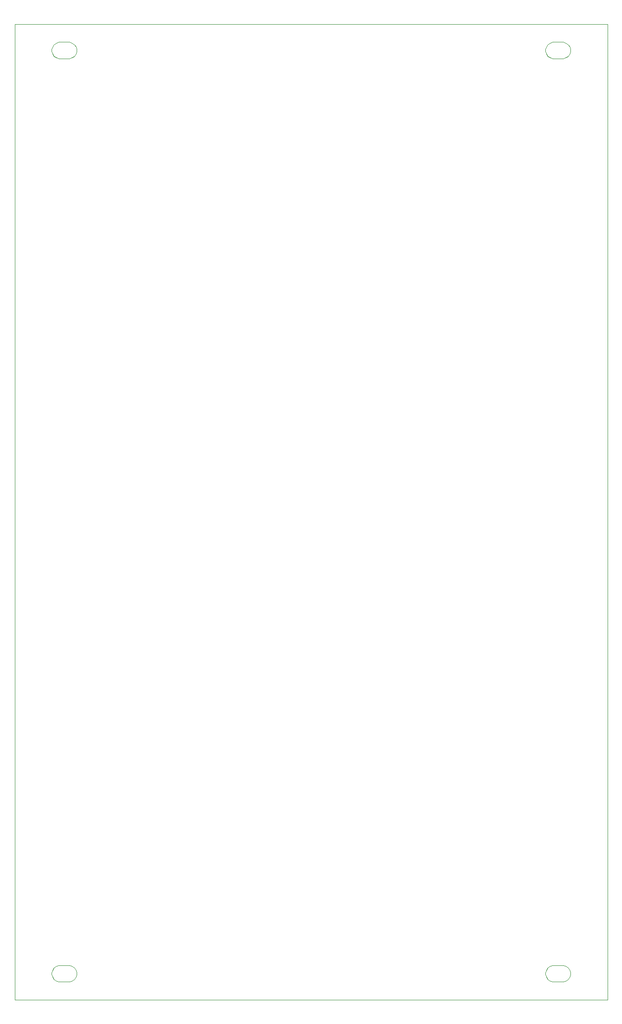
<source format=gm1>
G04 Layer_Color=16711935*
%FSLAX25Y25*%
%MOIN*%
G70*
G01*
G75*
%ADD10C,0.00039*%
D10*
X-459481Y6019D02*
X-34285D01*
X-459481D02*
Y704836D01*
X-34285D01*
Y6019D02*
Y704836D01*
X-427124Y18812D02*
X-420966D01*
X-427699D02*
X-427124D01*
X-429419Y19279D02*
X-427699Y18812D01*
X-431301Y20548D02*
X-429419Y19279D01*
X-432571Y22431D02*
X-431301Y20548D01*
X-433032Y24151D02*
X-432571Y22431D01*
X-433032Y24151D02*
Y24721D01*
Y25296D01*
X-432571Y27016D01*
X-431301Y28898D01*
X-429419Y30168D01*
X-427699Y30629D01*
X-427124D01*
X-420966D01*
X-420396D01*
X-418677Y30168D01*
X-416799Y28898D01*
X-415530Y27016D01*
X-415063Y25296D01*
Y24721D02*
Y25296D01*
Y24151D02*
Y24721D01*
X-415530Y22431D02*
X-415063Y24151D01*
X-416799Y20548D02*
X-415530Y22431D01*
X-418677Y19279D02*
X-416799Y20548D01*
X-420396Y18812D02*
X-418677Y19279D01*
X-420966Y18812D02*
X-420396D01*
X-72795D02*
X-66637D01*
X-73370D02*
X-72795D01*
X-75089Y19279D02*
X-73370Y18812D01*
X-76973Y20548D02*
X-75089Y19279D01*
X-78242Y22431D02*
X-76973Y20548D01*
X-78703Y24151D02*
X-78242Y22431D01*
X-78703Y24151D02*
Y24721D01*
Y25296D01*
X-78242Y27016D01*
X-76973Y28898D01*
X-75089Y30168D01*
X-73370Y30629D01*
X-72795D01*
X-66637D01*
X-66067D01*
X-64348Y30168D01*
X-62470Y28898D01*
X-61200Y27016D01*
X-60734Y25296D01*
Y24721D02*
Y25296D01*
Y24151D02*
Y24721D01*
X-61200Y22431D02*
X-60734Y24151D01*
X-62470Y20548D02*
X-61200Y22431D01*
X-64348Y19279D02*
X-62470Y20548D01*
X-66067Y18812D02*
X-64348Y19279D01*
X-66637Y18812D02*
X-66067D01*
X-72795Y680233D02*
X-66637D01*
X-73370D02*
X-72795D01*
X-75089Y680700D02*
X-73370Y680233D01*
X-76973Y681969D02*
X-75089Y680700D01*
X-78242Y683845D02*
X-76973Y681969D01*
X-78703Y685565D02*
X-78242Y683845D01*
X-78703Y685565D02*
Y686136D01*
Y686711D01*
X-78242Y688430D01*
X-76973Y690312D01*
X-75089Y691582D01*
X-73370Y692044D01*
X-72795D01*
X-66637D01*
X-66067D01*
X-64348Y691582D01*
X-62470Y690312D01*
X-61200Y688430D01*
X-60734Y686711D01*
Y686136D02*
Y686711D01*
Y685565D02*
Y686136D01*
X-61200Y683845D02*
X-60734Y685565D01*
X-62470Y681969D02*
X-61200Y683845D01*
X-64348Y680700D02*
X-62470Y681969D01*
X-66067Y680233D02*
X-64348Y680700D01*
X-66637Y680233D02*
X-66067D01*
X-427129D02*
X-420971D01*
X-427704D02*
X-427129D01*
X-429424Y680700D02*
X-427704Y680233D01*
X-431301Y681969D02*
X-429424Y680700D01*
X-432571Y683845D02*
X-431301Y681969D01*
X-433032Y685565D02*
X-432571Y683845D01*
X-433032Y685565D02*
Y686136D01*
Y686711D01*
X-432571Y688430D01*
X-431301Y690312D01*
X-429424Y691582D01*
X-427704Y692044D01*
X-427129D01*
X-420971D01*
X-420402D01*
X-418682Y691582D01*
X-416799Y690312D01*
X-415530Y688430D01*
X-415063Y686711D01*
Y686136D02*
Y686711D01*
Y685565D02*
Y686136D01*
X-415530Y683845D02*
X-415063Y685565D01*
X-416799Y681969D02*
X-415530Y683845D01*
X-418682Y680700D02*
X-416799Y681969D01*
X-420402Y680233D02*
X-418682Y680700D01*
X-420971Y680233D02*
X-420402D01*
M02*

</source>
